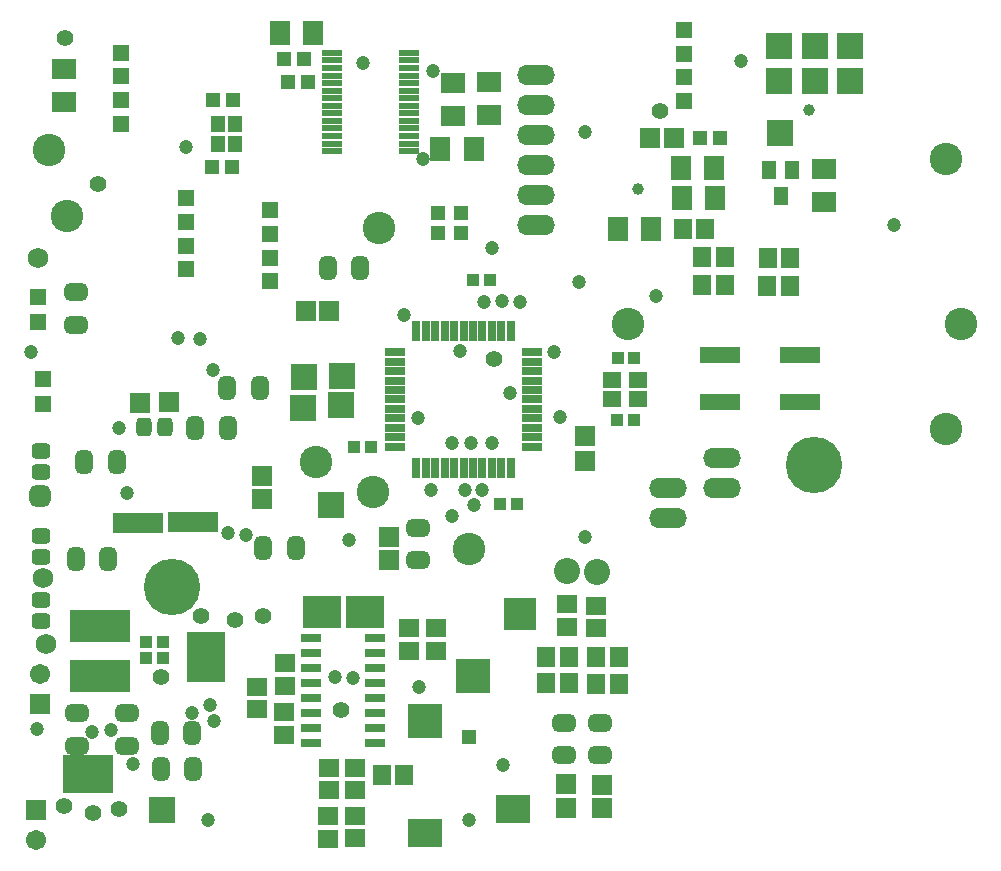
<source format=gbs>
G04 Layer_Color=16711935*
%FSLAX44Y44*%
%MOMM*%
G71*
G01*
G75*
G04:AMPARAMS|DCode=82|XSize=1.9532mm|YSize=1.4532mm|CornerRadius=0.4141mm|HoleSize=0mm|Usage=FLASHONLY|Rotation=0.000|XOffset=0mm|YOffset=0mm|HoleType=Round|Shape=RoundedRectangle|*
%AMROUNDEDRECTD82*
21,1,1.9532,0.6250,0,0,0.0*
21,1,1.1250,1.4532,0,0,0.0*
1,1,0.8282,0.5625,-0.3125*
1,1,0.8282,-0.5625,-0.3125*
1,1,0.8282,-0.5625,0.3125*
1,1,0.8282,0.5625,0.3125*
%
%ADD82ROUNDEDRECTD82*%
G04:AMPARAMS|DCode=83|XSize=1.9532mm|YSize=1.4532mm|CornerRadius=0.4141mm|HoleSize=0mm|Usage=FLASHONLY|Rotation=270.000|XOffset=0mm|YOffset=0mm|HoleType=Round|Shape=RoundedRectangle|*
%AMROUNDEDRECTD83*
21,1,1.9532,0.6250,0,0,270.0*
21,1,1.1250,1.4532,0,0,270.0*
1,1,0.8282,-0.3125,-0.5625*
1,1,0.8282,-0.3125,0.5625*
1,1,0.8282,0.3125,0.5625*
1,1,0.8282,0.3125,-0.5625*
%
%ADD83ROUNDEDRECTD83*%
G04:AMPARAMS|DCode=84|XSize=1.6032mm|YSize=1.3032mm|CornerRadius=0.3766mm|HoleSize=0mm|Usage=FLASHONLY|Rotation=0.000|XOffset=0mm|YOffset=0mm|HoleType=Round|Shape=RoundedRectangle|*
%AMROUNDEDRECTD84*
21,1,1.6032,0.5500,0,0,0.0*
21,1,0.8500,1.3032,0,0,0.0*
1,1,0.7532,0.4250,-0.2750*
1,1,0.7532,-0.4250,-0.2750*
1,1,0.7532,-0.4250,0.2750*
1,1,0.7532,0.4250,0.2750*
%
%ADD84ROUNDEDRECTD84*%
%ADD85R,1.2032X1.3033*%
%ADD86R,1.7033X1.5032*%
%ADD88R,2.0033X1.8032*%
%ADD99C,2.7432*%
%ADD100C,4.7752*%
%ADD101C,1.7272*%
%ADD102O,3.2032X1.7032*%
%ADD103C,1.7032*%
%ADD104R,1.7032X1.7032*%
%ADD105R,1.2032X1.2032*%
%ADD106C,1.2032*%
%ADD107C,1.4032*%
%ADD108C,0.7032*%
%ADD109C,1.0032*%
%ADD110R,2.2032X2.2032*%
%ADD111R,1.7032X1.7032*%
%ADD112C,2.2032*%
%ADD113R,3.2032X2.7032*%
%ADD114R,4.2032X1.7032*%
G04:AMPARAMS|DCode=115|XSize=1.8032mm|YSize=1.8032mm|CornerRadius=0.5016mm|HoleSize=0mm|Usage=FLASHONLY|Rotation=0.000|XOffset=0mm|YOffset=0mm|HoleType=Round|Shape=RoundedRectangle|*
%AMROUNDEDRECTD115*
21,1,1.8032,0.8000,0,0,0.0*
21,1,0.8000,1.8032,0,0,0.0*
1,1,1.0032,0.4000,-0.4000*
1,1,1.0032,-0.4000,-0.4000*
1,1,1.0032,-0.4000,0.4000*
1,1,1.0032,0.4000,0.4000*
%
%ADD115ROUNDEDRECTD115*%
%ADD116R,3.2032X4.2032*%
%ADD117R,4.2032X3.2032*%
%ADD118R,1.5032X1.7033*%
%ADD119R,1.3033X1.2032*%
%ADD120R,3.4031X1.4031*%
%ADD121R,1.7272X1.7272*%
%ADD122R,1.0032X1.1032*%
%ADD123R,1.8032X2.0033*%
%ADD124R,1.7032X0.6032*%
%ADD125R,0.7033X1.7033*%
%ADD126R,1.7033X0.7033*%
%ADD127R,1.4031X1.4031*%
%ADD128R,5.2032X2.7432*%
G04:AMPARAMS|DCode=129|XSize=1.6032mm|YSize=1.3032mm|CornerRadius=0.3766mm|HoleSize=0mm|Usage=FLASHONLY|Rotation=270.000|XOffset=0mm|YOffset=0mm|HoleType=Round|Shape=RoundedRectangle|*
%AMROUNDEDRECTD129*
21,1,1.6032,0.5500,0,0,270.0*
21,1,0.8500,1.3032,0,0,270.0*
1,1,0.7532,-0.2750,-0.4250*
1,1,0.7532,-0.2750,0.4250*
1,1,0.7532,0.2750,0.4250*
1,1,0.7532,0.2750,-0.4250*
%
%ADD129ROUNDEDRECTD129*%
%ADD130R,1.7032X0.8032*%
%ADD131R,1.2032X1.6032*%
%ADD132R,1.7272X1.7272*%
%ADD133R,1.4032X1.4032*%
%ADD134R,1.6032X1.3532*%
%ADD135R,1.3032X1.4032*%
%ADD136R,3.0032X2.4032*%
%ADD137R,3.0032X3.0032*%
%ADD138R,2.7032X2.7032*%
D82*
X592000Y338750D02*
D03*
Y366250D02*
D03*
X302250Y538000D02*
D03*
Y565500D02*
D03*
X303000Y209250D02*
D03*
Y181750D02*
D03*
X345750Y209000D02*
D03*
Y181500D02*
D03*
X715500Y201250D02*
D03*
Y173750D02*
D03*
X745750Y201000D02*
D03*
Y173500D02*
D03*
D83*
X431000Y450750D02*
D03*
X403500D02*
D03*
X543000Y586000D02*
D03*
X515500D02*
D03*
X458000Y484250D02*
D03*
X430500D02*
D03*
X309500Y421750D02*
D03*
X337000D02*
D03*
X400750Y192000D02*
D03*
X373250D02*
D03*
X374000Y162250D02*
D03*
X401500D02*
D03*
X329750Y339750D02*
D03*
X302250D02*
D03*
X460750Y349250D02*
D03*
X488250D02*
D03*
D84*
X272500Y359000D02*
D03*
Y341500D02*
D03*
X273000Y304750D02*
D03*
Y287250D02*
D03*
X272750Y413250D02*
D03*
Y430750D02*
D03*
D85*
X608500Y615706D02*
D03*
Y632703D02*
D03*
X628750Y615706D02*
D03*
Y632703D02*
D03*
D86*
X479750Y251420D02*
D03*
Y232421D02*
D03*
X455480Y231540D02*
D03*
Y212541D02*
D03*
X607520Y281040D02*
D03*
Y262041D02*
D03*
X584520D02*
D03*
Y281040D02*
D03*
X478750Y209750D02*
D03*
Y190750D02*
D03*
X539000Y122250D02*
D03*
Y103250D02*
D03*
X515750Y122000D02*
D03*
Y103000D02*
D03*
X539000Y163000D02*
D03*
Y144000D02*
D03*
X516250Y163000D02*
D03*
Y144000D02*
D03*
X718275Y282476D02*
D03*
Y301475D02*
D03*
X742750Y281000D02*
D03*
Y300000D02*
D03*
D88*
X621500Y743000D02*
D03*
Y714999D02*
D03*
X652000Y743501D02*
D03*
Y715499D02*
D03*
X292000Y754501D02*
D03*
Y726499D02*
D03*
X936000Y642000D02*
D03*
Y670001D02*
D03*
D99*
X635000Y347980D02*
D03*
X279400Y685800D02*
D03*
X558800Y619760D02*
D03*
X553720Y396240D02*
D03*
X505460Y421640D02*
D03*
X294640Y629920D02*
D03*
X1038860Y678180D02*
D03*
Y449580D02*
D03*
X769620Y538480D02*
D03*
X1051560D02*
D03*
D100*
X384000Y316000D02*
D03*
X927100Y419100D02*
D03*
D101*
X270250Y594250D02*
D03*
X277000Y267750D02*
D03*
X274750Y323500D02*
D03*
D102*
X849500Y399550D02*
D03*
Y424950D02*
D03*
X803750Y374300D02*
D03*
Y399700D02*
D03*
X691750Y749500D02*
D03*
Y724100D02*
D03*
Y698700D02*
D03*
Y673300D02*
D03*
Y647900D02*
D03*
Y622500D02*
D03*
D103*
X272250Y242150D02*
D03*
X268250Y101600D02*
D03*
D104*
X272250Y216750D02*
D03*
X268250Y127000D02*
D03*
D105*
X635250Y188750D02*
D03*
D106*
Y118750D02*
D03*
X407250Y526250D02*
D03*
X389000Y527000D02*
D03*
X521750Y240000D02*
D03*
X664250Y165250D02*
D03*
X345500Y395250D02*
D03*
X338750Y450750D02*
D03*
X264250Y515250D02*
D03*
X536750Y239250D02*
D03*
X418500Y499750D02*
D03*
X592500Y231250D02*
D03*
X733250Y358500D02*
D03*
X596000Y678750D02*
D03*
X604250Y753000D02*
D03*
X332250Y194750D02*
D03*
X415750Y216297D02*
D03*
X419250Y202250D02*
D03*
X733250Y701500D02*
D03*
X728000Y574000D02*
D03*
X395750Y688250D02*
D03*
X793500Y562000D02*
D03*
X545382Y759500D02*
D03*
X414000Y119000D02*
D03*
X431000Y362000D02*
D03*
X446250Y360000D02*
D03*
X648250Y557250D02*
D03*
X678250Y557500D02*
D03*
X662749Y557749D02*
D03*
X592250Y459000D02*
D03*
X621000Y438000D02*
D03*
X636500Y438250D02*
D03*
X620750Y376000D02*
D03*
X603000Y398000D02*
D03*
X632000D02*
D03*
X580500Y546500D02*
D03*
X707000Y515000D02*
D03*
X712500Y459750D02*
D03*
X639500Y385750D02*
D03*
X655000Y438000D02*
D03*
X400500Y209250D02*
D03*
X646000Y398500D02*
D03*
X269000Y195500D02*
D03*
X865250Y761250D02*
D03*
X994750Y622750D02*
D03*
X533705Y356045D02*
D03*
X627500Y515750D02*
D03*
X350500Y165750D02*
D03*
X654250Y603000D02*
D03*
X669750Y480000D02*
D03*
X316000Y193250D02*
D03*
D107*
X460500Y291750D02*
D03*
X526750Y211750D02*
D03*
X292500Y130250D02*
D03*
X293250Y780750D02*
D03*
X321000Y657250D02*
D03*
X656000Y509000D02*
D03*
X316500Y124750D02*
D03*
X408000Y291250D02*
D03*
X437000Y287750D02*
D03*
X374500Y239500D02*
D03*
X339000Y127750D02*
D03*
X797000Y718750D02*
D03*
D108*
X304800Y165100D02*
D03*
X422660Y246840D02*
D03*
Y267160D02*
D03*
X412500Y246840D02*
D03*
Y267160D02*
D03*
X402340Y246840D02*
D03*
Y267160D02*
D03*
Y257000D02*
D03*
X412500D02*
D03*
X422660D02*
D03*
X320040Y149860D02*
D03*
Y157480D02*
D03*
Y165100D02*
D03*
X304800Y157480D02*
D03*
Y149860D02*
D03*
X312420Y165100D02*
D03*
Y149860D02*
D03*
Y157480D02*
D03*
D109*
X923250Y720000D02*
D03*
X778500Y652750D02*
D03*
D110*
X375250Y127000D02*
D03*
X518000Y385000D02*
D03*
X898750Y700750D02*
D03*
X495250Y493750D02*
D03*
X494500Y467500D02*
D03*
X526928Y469750D02*
D03*
X527500Y494250D02*
D03*
X897750Y744250D02*
D03*
X927750D02*
D03*
X957750D02*
D03*
X897750Y774250D02*
D03*
X927750D02*
D03*
X957750D02*
D03*
D111*
X356250Y472050D02*
D03*
X381250Y472250D02*
D03*
X733500Y443500D02*
D03*
Y422500D02*
D03*
D112*
X743250Y329000D02*
D03*
X718000Y329750D02*
D03*
D113*
X547500Y294500D02*
D03*
X510750D02*
D03*
D114*
X401750Y370750D02*
D03*
X355000Y370500D02*
D03*
D115*
X272000Y393250D02*
D03*
D116*
X412500Y257000D02*
D03*
D117*
X312420Y157480D02*
D03*
D118*
X907000Y594500D02*
D03*
X888000D02*
D03*
X832750Y595000D02*
D03*
X851750D02*
D03*
X887500Y570500D02*
D03*
X906500D02*
D03*
X851750Y571500D02*
D03*
X832750D02*
D03*
X816000Y619250D02*
D03*
X835000D02*
D03*
X580250Y156500D02*
D03*
X561250D02*
D03*
X742750Y256500D02*
D03*
X761750D02*
D03*
X700750Y234500D02*
D03*
X719750D02*
D03*
X742750Y233750D02*
D03*
X761750D02*
D03*
X700750Y256500D02*
D03*
X719749D02*
D03*
D119*
X831001Y696000D02*
D03*
X847999D02*
D03*
X417501Y671250D02*
D03*
X434499D02*
D03*
X481501Y743250D02*
D03*
X498499D02*
D03*
X434999Y728500D02*
D03*
X418001D02*
D03*
X495249Y763000D02*
D03*
X478251D02*
D03*
D120*
X847750Y512750D02*
D03*
X915750D02*
D03*
Y472750D02*
D03*
X847750D02*
D03*
D121*
X459500Y410250D02*
D03*
Y390250D02*
D03*
X567250Y358500D02*
D03*
Y338500D02*
D03*
X717250Y129250D02*
D03*
Y149250D02*
D03*
X747500Y128750D02*
D03*
Y148750D02*
D03*
D122*
X760750Y457500D02*
D03*
X774750D02*
D03*
X761250Y510000D02*
D03*
X775250D02*
D03*
X652750Y575750D02*
D03*
X638750D02*
D03*
X675750Y386250D02*
D03*
X661750D02*
D03*
X537750Y434750D02*
D03*
X551750D02*
D03*
X376000Y269750D02*
D03*
X362000D02*
D03*
X376000Y256000D02*
D03*
X362000D02*
D03*
D123*
X639001Y686500D02*
D03*
X610999D02*
D03*
X502751Y785250D02*
D03*
X474749D02*
D03*
X843501Y645750D02*
D03*
X815499D02*
D03*
X842750Y670500D02*
D03*
X814750D02*
D03*
X789000Y619250D02*
D03*
X761000D02*
D03*
D124*
X584250Y704200D02*
D03*
Y697800D02*
D03*
Y710600D02*
D03*
Y717000D02*
D03*
Y742600D02*
D03*
Y736200D02*
D03*
Y723400D02*
D03*
Y729800D02*
D03*
Y768200D02*
D03*
Y761800D02*
D03*
Y749000D02*
D03*
Y755400D02*
D03*
X518750Y742600D02*
D03*
Y736200D02*
D03*
Y749000D02*
D03*
Y755400D02*
D03*
X584250Y691400D02*
D03*
Y685000D02*
D03*
X518750Y761800D02*
D03*
Y768200D02*
D03*
Y717000D02*
D03*
Y710600D02*
D03*
Y723400D02*
D03*
Y729800D02*
D03*
Y704200D02*
D03*
Y697800D02*
D03*
Y685000D02*
D03*
Y691400D02*
D03*
D125*
X590500Y532751D02*
D03*
X598501D02*
D03*
X606499D02*
D03*
X614501D02*
D03*
X622499D02*
D03*
X630500D02*
D03*
X638501D02*
D03*
X646499D02*
D03*
X654501D02*
D03*
X662499D02*
D03*
X670500D02*
D03*
Y416749D02*
D03*
X662499D02*
D03*
X654501D02*
D03*
X646499D02*
D03*
X638501D02*
D03*
X630500D02*
D03*
X622499D02*
D03*
X614501D02*
D03*
X606499D02*
D03*
X598501D02*
D03*
X590500D02*
D03*
D126*
X688501Y514750D02*
D03*
Y506749D02*
D03*
Y498750D02*
D03*
Y490750D02*
D03*
Y482751D02*
D03*
Y474750D02*
D03*
Y466749D02*
D03*
Y458750D02*
D03*
Y450750D02*
D03*
Y442751D02*
D03*
Y434750D02*
D03*
X572499D02*
D03*
Y442751D02*
D03*
Y450750D02*
D03*
Y458750D02*
D03*
Y466749D02*
D03*
Y474750D02*
D03*
Y482751D02*
D03*
Y490750D02*
D03*
Y498750D02*
D03*
Y506749D02*
D03*
Y514750D02*
D03*
D127*
X270250Y561250D02*
D03*
Y540250D02*
D03*
X274250Y470750D02*
D03*
Y491750D02*
D03*
D128*
X322750Y282960D02*
D03*
Y241040D02*
D03*
D129*
X377750Y451250D02*
D03*
X360250D02*
D03*
D130*
X501250Y273000D02*
D03*
Y260300D02*
D03*
Y247600D02*
D03*
Y234900D02*
D03*
Y222200D02*
D03*
Y209500D02*
D03*
Y196800D02*
D03*
Y184100D02*
D03*
X555250D02*
D03*
Y196800D02*
D03*
Y209500D02*
D03*
Y222200D02*
D03*
Y234900D02*
D03*
Y247600D02*
D03*
Y260300D02*
D03*
Y273000D02*
D03*
D131*
X908500Y669000D02*
D03*
X899000Y647000D02*
D03*
X889500Y669000D02*
D03*
D132*
X497000Y549500D02*
D03*
X517000D02*
D03*
X808750Y696250D02*
D03*
X788750D02*
D03*
D133*
X467000Y574750D02*
D03*
Y594750D02*
D03*
Y614750D02*
D03*
Y634750D02*
D03*
X395750Y585000D02*
D03*
Y605000D02*
D03*
Y625000D02*
D03*
Y645000D02*
D03*
X340750Y768250D02*
D03*
Y748250D02*
D03*
Y728250D02*
D03*
Y708250D02*
D03*
X817000Y727500D02*
D03*
Y747500D02*
D03*
Y767500D02*
D03*
Y787500D02*
D03*
D134*
X778500Y475250D02*
D03*
X756500D02*
D03*
Y491250D02*
D03*
X778500D02*
D03*
D135*
X436750Y708000D02*
D03*
Y691000D02*
D03*
X422750D02*
D03*
Y708000D02*
D03*
D136*
X598250Y107750D02*
D03*
X672250Y127750D02*
D03*
D137*
X598250Y202750D02*
D03*
X638250Y240750D02*
D03*
D138*
X678500Y292750D02*
D03*
M02*

</source>
